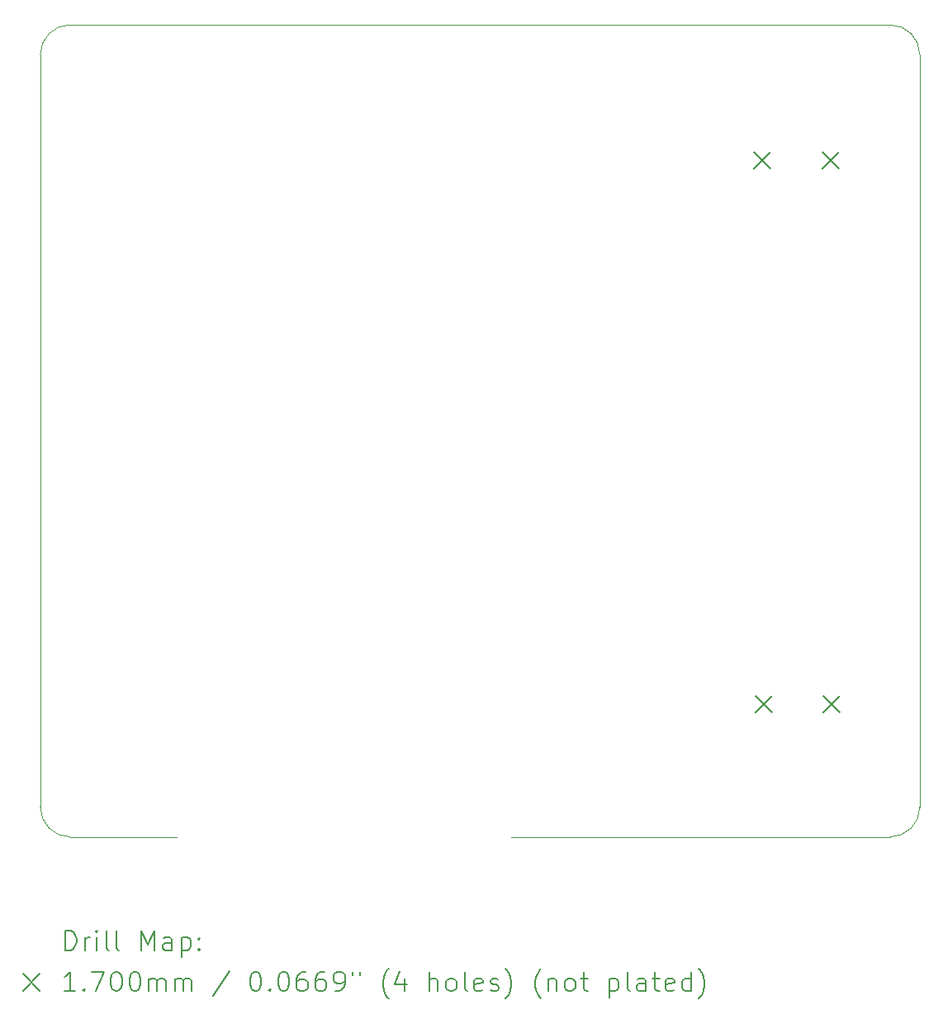
<source format=gbr>
%TF.GenerationSoftware,KiCad,Pcbnew,7.0.8*%
%TF.CreationDate,2023-11-11T12:02:06+01:00*%
%TF.ProjectId,Rhapsody_IQ,52686170-736f-4647-995f-49512e6b6963,rev?*%
%TF.SameCoordinates,Original*%
%TF.FileFunction,Drillmap*%
%TF.FilePolarity,Positive*%
%FSLAX45Y45*%
G04 Gerber Fmt 4.5, Leading zero omitted, Abs format (unit mm)*
G04 Created by KiCad (PCBNEW 7.0.8) date 2023-11-11 12:02:06*
%MOMM*%
%LPD*%
G01*
G04 APERTURE LIST*
%ADD10C,0.100000*%
%ADD11C,0.200000*%
%ADD12C,0.170000*%
G04 APERTURE END LIST*
D10*
X11695600Y-11180500D02*
X10604126Y-11176000D01*
X19317074Y-10871200D02*
X19316700Y-3162487D01*
X19012274Y-11176004D02*
G75*
G03*
X19317074Y-10871200I-4J304804D01*
G01*
X19316703Y-3162487D02*
G75*
G03*
X19011900Y-2857687I-304803J-3D01*
G01*
X10604126Y-2857306D02*
G75*
G03*
X10299326Y-3162113I4J-304804D01*
G01*
X15125600Y-11180500D02*
X19012274Y-11176000D01*
X10299330Y-10871200D02*
G75*
G03*
X10604126Y-11176000I304800J0D01*
G01*
X10299326Y-10871200D02*
X10299326Y-3162113D01*
X10299326Y-10871200D02*
X10299326Y-10871200D01*
X19011900Y-2857687D02*
X10604126Y-2857313D01*
D11*
D12*
X17615400Y-4158000D02*
X17785400Y-4328000D01*
X17785400Y-4158000D02*
X17615400Y-4328000D01*
X17630000Y-9732100D02*
X17800000Y-9902100D01*
X17800000Y-9732100D02*
X17630000Y-9902100D01*
X18315400Y-4158000D02*
X18485400Y-4328000D01*
X18485400Y-4158000D02*
X18315400Y-4328000D01*
X18330000Y-9732100D02*
X18500000Y-9902100D01*
X18500000Y-9732100D02*
X18330000Y-9902100D01*
D11*
X10555103Y-12336984D02*
X10555103Y-12136984D01*
X10555103Y-12136984D02*
X10602722Y-12136984D01*
X10602722Y-12136984D02*
X10631293Y-12146508D01*
X10631293Y-12146508D02*
X10650341Y-12165555D01*
X10650341Y-12165555D02*
X10659865Y-12184603D01*
X10659865Y-12184603D02*
X10669389Y-12222698D01*
X10669389Y-12222698D02*
X10669389Y-12251269D01*
X10669389Y-12251269D02*
X10659865Y-12289365D01*
X10659865Y-12289365D02*
X10650341Y-12308412D01*
X10650341Y-12308412D02*
X10631293Y-12327460D01*
X10631293Y-12327460D02*
X10602722Y-12336984D01*
X10602722Y-12336984D02*
X10555103Y-12336984D01*
X10755103Y-12336984D02*
X10755103Y-12203650D01*
X10755103Y-12241746D02*
X10764627Y-12222698D01*
X10764627Y-12222698D02*
X10774151Y-12213174D01*
X10774151Y-12213174D02*
X10793198Y-12203650D01*
X10793198Y-12203650D02*
X10812246Y-12203650D01*
X10878912Y-12336984D02*
X10878912Y-12203650D01*
X10878912Y-12136984D02*
X10869389Y-12146508D01*
X10869389Y-12146508D02*
X10878912Y-12156031D01*
X10878912Y-12156031D02*
X10888436Y-12146508D01*
X10888436Y-12146508D02*
X10878912Y-12136984D01*
X10878912Y-12136984D02*
X10878912Y-12156031D01*
X11002722Y-12336984D02*
X10983674Y-12327460D01*
X10983674Y-12327460D02*
X10974151Y-12308412D01*
X10974151Y-12308412D02*
X10974151Y-12136984D01*
X11107484Y-12336984D02*
X11088436Y-12327460D01*
X11088436Y-12327460D02*
X11078912Y-12308412D01*
X11078912Y-12308412D02*
X11078912Y-12136984D01*
X11336055Y-12336984D02*
X11336055Y-12136984D01*
X11336055Y-12136984D02*
X11402722Y-12279841D01*
X11402722Y-12279841D02*
X11469389Y-12136984D01*
X11469389Y-12136984D02*
X11469389Y-12336984D01*
X11650341Y-12336984D02*
X11650341Y-12232222D01*
X11650341Y-12232222D02*
X11640817Y-12213174D01*
X11640817Y-12213174D02*
X11621770Y-12203650D01*
X11621770Y-12203650D02*
X11583674Y-12203650D01*
X11583674Y-12203650D02*
X11564627Y-12213174D01*
X11650341Y-12327460D02*
X11631293Y-12336984D01*
X11631293Y-12336984D02*
X11583674Y-12336984D01*
X11583674Y-12336984D02*
X11564627Y-12327460D01*
X11564627Y-12327460D02*
X11555103Y-12308412D01*
X11555103Y-12308412D02*
X11555103Y-12289365D01*
X11555103Y-12289365D02*
X11564627Y-12270317D01*
X11564627Y-12270317D02*
X11583674Y-12260793D01*
X11583674Y-12260793D02*
X11631293Y-12260793D01*
X11631293Y-12260793D02*
X11650341Y-12251269D01*
X11745579Y-12203650D02*
X11745579Y-12403650D01*
X11745579Y-12213174D02*
X11764627Y-12203650D01*
X11764627Y-12203650D02*
X11802722Y-12203650D01*
X11802722Y-12203650D02*
X11821770Y-12213174D01*
X11821770Y-12213174D02*
X11831293Y-12222698D01*
X11831293Y-12222698D02*
X11840817Y-12241746D01*
X11840817Y-12241746D02*
X11840817Y-12298888D01*
X11840817Y-12298888D02*
X11831293Y-12317936D01*
X11831293Y-12317936D02*
X11821770Y-12327460D01*
X11821770Y-12327460D02*
X11802722Y-12336984D01*
X11802722Y-12336984D02*
X11764627Y-12336984D01*
X11764627Y-12336984D02*
X11745579Y-12327460D01*
X11926531Y-12317936D02*
X11936055Y-12327460D01*
X11936055Y-12327460D02*
X11926531Y-12336984D01*
X11926531Y-12336984D02*
X11917008Y-12327460D01*
X11917008Y-12327460D02*
X11926531Y-12317936D01*
X11926531Y-12317936D02*
X11926531Y-12336984D01*
X11926531Y-12213174D02*
X11936055Y-12222698D01*
X11936055Y-12222698D02*
X11926531Y-12232222D01*
X11926531Y-12232222D02*
X11917008Y-12222698D01*
X11917008Y-12222698D02*
X11926531Y-12213174D01*
X11926531Y-12213174D02*
X11926531Y-12232222D01*
D12*
X10124326Y-12580500D02*
X10294326Y-12750500D01*
X10294326Y-12580500D02*
X10124326Y-12750500D01*
D11*
X10659865Y-12756984D02*
X10545579Y-12756984D01*
X10602722Y-12756984D02*
X10602722Y-12556984D01*
X10602722Y-12556984D02*
X10583674Y-12585555D01*
X10583674Y-12585555D02*
X10564627Y-12604603D01*
X10564627Y-12604603D02*
X10545579Y-12614127D01*
X10745579Y-12737936D02*
X10755103Y-12747460D01*
X10755103Y-12747460D02*
X10745579Y-12756984D01*
X10745579Y-12756984D02*
X10736055Y-12747460D01*
X10736055Y-12747460D02*
X10745579Y-12737936D01*
X10745579Y-12737936D02*
X10745579Y-12756984D01*
X10821770Y-12556984D02*
X10955103Y-12556984D01*
X10955103Y-12556984D02*
X10869389Y-12756984D01*
X11069389Y-12556984D02*
X11088436Y-12556984D01*
X11088436Y-12556984D02*
X11107484Y-12566508D01*
X11107484Y-12566508D02*
X11117008Y-12576031D01*
X11117008Y-12576031D02*
X11126532Y-12595079D01*
X11126532Y-12595079D02*
X11136055Y-12633174D01*
X11136055Y-12633174D02*
X11136055Y-12680793D01*
X11136055Y-12680793D02*
X11126532Y-12718888D01*
X11126532Y-12718888D02*
X11117008Y-12737936D01*
X11117008Y-12737936D02*
X11107484Y-12747460D01*
X11107484Y-12747460D02*
X11088436Y-12756984D01*
X11088436Y-12756984D02*
X11069389Y-12756984D01*
X11069389Y-12756984D02*
X11050341Y-12747460D01*
X11050341Y-12747460D02*
X11040817Y-12737936D01*
X11040817Y-12737936D02*
X11031293Y-12718888D01*
X11031293Y-12718888D02*
X11021770Y-12680793D01*
X11021770Y-12680793D02*
X11021770Y-12633174D01*
X11021770Y-12633174D02*
X11031293Y-12595079D01*
X11031293Y-12595079D02*
X11040817Y-12576031D01*
X11040817Y-12576031D02*
X11050341Y-12566508D01*
X11050341Y-12566508D02*
X11069389Y-12556984D01*
X11259865Y-12556984D02*
X11278912Y-12556984D01*
X11278912Y-12556984D02*
X11297960Y-12566508D01*
X11297960Y-12566508D02*
X11307484Y-12576031D01*
X11307484Y-12576031D02*
X11317008Y-12595079D01*
X11317008Y-12595079D02*
X11326531Y-12633174D01*
X11326531Y-12633174D02*
X11326531Y-12680793D01*
X11326531Y-12680793D02*
X11317008Y-12718888D01*
X11317008Y-12718888D02*
X11307484Y-12737936D01*
X11307484Y-12737936D02*
X11297960Y-12747460D01*
X11297960Y-12747460D02*
X11278912Y-12756984D01*
X11278912Y-12756984D02*
X11259865Y-12756984D01*
X11259865Y-12756984D02*
X11240817Y-12747460D01*
X11240817Y-12747460D02*
X11231293Y-12737936D01*
X11231293Y-12737936D02*
X11221770Y-12718888D01*
X11221770Y-12718888D02*
X11212246Y-12680793D01*
X11212246Y-12680793D02*
X11212246Y-12633174D01*
X11212246Y-12633174D02*
X11221770Y-12595079D01*
X11221770Y-12595079D02*
X11231293Y-12576031D01*
X11231293Y-12576031D02*
X11240817Y-12566508D01*
X11240817Y-12566508D02*
X11259865Y-12556984D01*
X11412246Y-12756984D02*
X11412246Y-12623650D01*
X11412246Y-12642698D02*
X11421770Y-12633174D01*
X11421770Y-12633174D02*
X11440817Y-12623650D01*
X11440817Y-12623650D02*
X11469389Y-12623650D01*
X11469389Y-12623650D02*
X11488436Y-12633174D01*
X11488436Y-12633174D02*
X11497960Y-12652222D01*
X11497960Y-12652222D02*
X11497960Y-12756984D01*
X11497960Y-12652222D02*
X11507484Y-12633174D01*
X11507484Y-12633174D02*
X11526531Y-12623650D01*
X11526531Y-12623650D02*
X11555103Y-12623650D01*
X11555103Y-12623650D02*
X11574151Y-12633174D01*
X11574151Y-12633174D02*
X11583674Y-12652222D01*
X11583674Y-12652222D02*
X11583674Y-12756984D01*
X11678912Y-12756984D02*
X11678912Y-12623650D01*
X11678912Y-12642698D02*
X11688436Y-12633174D01*
X11688436Y-12633174D02*
X11707484Y-12623650D01*
X11707484Y-12623650D02*
X11736055Y-12623650D01*
X11736055Y-12623650D02*
X11755103Y-12633174D01*
X11755103Y-12633174D02*
X11764627Y-12652222D01*
X11764627Y-12652222D02*
X11764627Y-12756984D01*
X11764627Y-12652222D02*
X11774151Y-12633174D01*
X11774151Y-12633174D02*
X11793198Y-12623650D01*
X11793198Y-12623650D02*
X11821770Y-12623650D01*
X11821770Y-12623650D02*
X11840817Y-12633174D01*
X11840817Y-12633174D02*
X11850341Y-12652222D01*
X11850341Y-12652222D02*
X11850341Y-12756984D01*
X12240817Y-12547460D02*
X12069389Y-12804603D01*
X12497960Y-12556984D02*
X12517008Y-12556984D01*
X12517008Y-12556984D02*
X12536055Y-12566508D01*
X12536055Y-12566508D02*
X12545579Y-12576031D01*
X12545579Y-12576031D02*
X12555103Y-12595079D01*
X12555103Y-12595079D02*
X12564627Y-12633174D01*
X12564627Y-12633174D02*
X12564627Y-12680793D01*
X12564627Y-12680793D02*
X12555103Y-12718888D01*
X12555103Y-12718888D02*
X12545579Y-12737936D01*
X12545579Y-12737936D02*
X12536055Y-12747460D01*
X12536055Y-12747460D02*
X12517008Y-12756984D01*
X12517008Y-12756984D02*
X12497960Y-12756984D01*
X12497960Y-12756984D02*
X12478913Y-12747460D01*
X12478913Y-12747460D02*
X12469389Y-12737936D01*
X12469389Y-12737936D02*
X12459865Y-12718888D01*
X12459865Y-12718888D02*
X12450341Y-12680793D01*
X12450341Y-12680793D02*
X12450341Y-12633174D01*
X12450341Y-12633174D02*
X12459865Y-12595079D01*
X12459865Y-12595079D02*
X12469389Y-12576031D01*
X12469389Y-12576031D02*
X12478913Y-12566508D01*
X12478913Y-12566508D02*
X12497960Y-12556984D01*
X12650341Y-12737936D02*
X12659865Y-12747460D01*
X12659865Y-12747460D02*
X12650341Y-12756984D01*
X12650341Y-12756984D02*
X12640817Y-12747460D01*
X12640817Y-12747460D02*
X12650341Y-12737936D01*
X12650341Y-12737936D02*
X12650341Y-12756984D01*
X12783674Y-12556984D02*
X12802722Y-12556984D01*
X12802722Y-12556984D02*
X12821770Y-12566508D01*
X12821770Y-12566508D02*
X12831294Y-12576031D01*
X12831294Y-12576031D02*
X12840817Y-12595079D01*
X12840817Y-12595079D02*
X12850341Y-12633174D01*
X12850341Y-12633174D02*
X12850341Y-12680793D01*
X12850341Y-12680793D02*
X12840817Y-12718888D01*
X12840817Y-12718888D02*
X12831294Y-12737936D01*
X12831294Y-12737936D02*
X12821770Y-12747460D01*
X12821770Y-12747460D02*
X12802722Y-12756984D01*
X12802722Y-12756984D02*
X12783674Y-12756984D01*
X12783674Y-12756984D02*
X12764627Y-12747460D01*
X12764627Y-12747460D02*
X12755103Y-12737936D01*
X12755103Y-12737936D02*
X12745579Y-12718888D01*
X12745579Y-12718888D02*
X12736055Y-12680793D01*
X12736055Y-12680793D02*
X12736055Y-12633174D01*
X12736055Y-12633174D02*
X12745579Y-12595079D01*
X12745579Y-12595079D02*
X12755103Y-12576031D01*
X12755103Y-12576031D02*
X12764627Y-12566508D01*
X12764627Y-12566508D02*
X12783674Y-12556984D01*
X13021770Y-12556984D02*
X12983674Y-12556984D01*
X12983674Y-12556984D02*
X12964627Y-12566508D01*
X12964627Y-12566508D02*
X12955103Y-12576031D01*
X12955103Y-12576031D02*
X12936055Y-12604603D01*
X12936055Y-12604603D02*
X12926532Y-12642698D01*
X12926532Y-12642698D02*
X12926532Y-12718888D01*
X12926532Y-12718888D02*
X12936055Y-12737936D01*
X12936055Y-12737936D02*
X12945579Y-12747460D01*
X12945579Y-12747460D02*
X12964627Y-12756984D01*
X12964627Y-12756984D02*
X13002722Y-12756984D01*
X13002722Y-12756984D02*
X13021770Y-12747460D01*
X13021770Y-12747460D02*
X13031294Y-12737936D01*
X13031294Y-12737936D02*
X13040817Y-12718888D01*
X13040817Y-12718888D02*
X13040817Y-12671269D01*
X13040817Y-12671269D02*
X13031294Y-12652222D01*
X13031294Y-12652222D02*
X13021770Y-12642698D01*
X13021770Y-12642698D02*
X13002722Y-12633174D01*
X13002722Y-12633174D02*
X12964627Y-12633174D01*
X12964627Y-12633174D02*
X12945579Y-12642698D01*
X12945579Y-12642698D02*
X12936055Y-12652222D01*
X12936055Y-12652222D02*
X12926532Y-12671269D01*
X13212246Y-12556984D02*
X13174151Y-12556984D01*
X13174151Y-12556984D02*
X13155103Y-12566508D01*
X13155103Y-12566508D02*
X13145579Y-12576031D01*
X13145579Y-12576031D02*
X13126532Y-12604603D01*
X13126532Y-12604603D02*
X13117008Y-12642698D01*
X13117008Y-12642698D02*
X13117008Y-12718888D01*
X13117008Y-12718888D02*
X13126532Y-12737936D01*
X13126532Y-12737936D02*
X13136055Y-12747460D01*
X13136055Y-12747460D02*
X13155103Y-12756984D01*
X13155103Y-12756984D02*
X13193198Y-12756984D01*
X13193198Y-12756984D02*
X13212246Y-12747460D01*
X13212246Y-12747460D02*
X13221770Y-12737936D01*
X13221770Y-12737936D02*
X13231294Y-12718888D01*
X13231294Y-12718888D02*
X13231294Y-12671269D01*
X13231294Y-12671269D02*
X13221770Y-12652222D01*
X13221770Y-12652222D02*
X13212246Y-12642698D01*
X13212246Y-12642698D02*
X13193198Y-12633174D01*
X13193198Y-12633174D02*
X13155103Y-12633174D01*
X13155103Y-12633174D02*
X13136055Y-12642698D01*
X13136055Y-12642698D02*
X13126532Y-12652222D01*
X13126532Y-12652222D02*
X13117008Y-12671269D01*
X13326532Y-12756984D02*
X13364627Y-12756984D01*
X13364627Y-12756984D02*
X13383675Y-12747460D01*
X13383675Y-12747460D02*
X13393198Y-12737936D01*
X13393198Y-12737936D02*
X13412246Y-12709365D01*
X13412246Y-12709365D02*
X13421770Y-12671269D01*
X13421770Y-12671269D02*
X13421770Y-12595079D01*
X13421770Y-12595079D02*
X13412246Y-12576031D01*
X13412246Y-12576031D02*
X13402722Y-12566508D01*
X13402722Y-12566508D02*
X13383675Y-12556984D01*
X13383675Y-12556984D02*
X13345579Y-12556984D01*
X13345579Y-12556984D02*
X13326532Y-12566508D01*
X13326532Y-12566508D02*
X13317008Y-12576031D01*
X13317008Y-12576031D02*
X13307484Y-12595079D01*
X13307484Y-12595079D02*
X13307484Y-12642698D01*
X13307484Y-12642698D02*
X13317008Y-12661746D01*
X13317008Y-12661746D02*
X13326532Y-12671269D01*
X13326532Y-12671269D02*
X13345579Y-12680793D01*
X13345579Y-12680793D02*
X13383675Y-12680793D01*
X13383675Y-12680793D02*
X13402722Y-12671269D01*
X13402722Y-12671269D02*
X13412246Y-12661746D01*
X13412246Y-12661746D02*
X13421770Y-12642698D01*
X13497960Y-12556984D02*
X13497960Y-12595079D01*
X13574151Y-12556984D02*
X13574151Y-12595079D01*
X13869389Y-12833174D02*
X13859865Y-12823650D01*
X13859865Y-12823650D02*
X13840817Y-12795079D01*
X13840817Y-12795079D02*
X13831294Y-12776031D01*
X13831294Y-12776031D02*
X13821770Y-12747460D01*
X13821770Y-12747460D02*
X13812246Y-12699841D01*
X13812246Y-12699841D02*
X13812246Y-12661746D01*
X13812246Y-12661746D02*
X13821770Y-12614127D01*
X13821770Y-12614127D02*
X13831294Y-12585555D01*
X13831294Y-12585555D02*
X13840817Y-12566508D01*
X13840817Y-12566508D02*
X13859865Y-12537936D01*
X13859865Y-12537936D02*
X13869389Y-12528412D01*
X14031294Y-12623650D02*
X14031294Y-12756984D01*
X13983675Y-12547460D02*
X13936056Y-12690317D01*
X13936056Y-12690317D02*
X14059865Y-12690317D01*
X14288437Y-12756984D02*
X14288437Y-12556984D01*
X14374151Y-12756984D02*
X14374151Y-12652222D01*
X14374151Y-12652222D02*
X14364627Y-12633174D01*
X14364627Y-12633174D02*
X14345579Y-12623650D01*
X14345579Y-12623650D02*
X14317008Y-12623650D01*
X14317008Y-12623650D02*
X14297960Y-12633174D01*
X14297960Y-12633174D02*
X14288437Y-12642698D01*
X14497960Y-12756984D02*
X14478913Y-12747460D01*
X14478913Y-12747460D02*
X14469389Y-12737936D01*
X14469389Y-12737936D02*
X14459865Y-12718888D01*
X14459865Y-12718888D02*
X14459865Y-12661746D01*
X14459865Y-12661746D02*
X14469389Y-12642698D01*
X14469389Y-12642698D02*
X14478913Y-12633174D01*
X14478913Y-12633174D02*
X14497960Y-12623650D01*
X14497960Y-12623650D02*
X14526532Y-12623650D01*
X14526532Y-12623650D02*
X14545579Y-12633174D01*
X14545579Y-12633174D02*
X14555103Y-12642698D01*
X14555103Y-12642698D02*
X14564627Y-12661746D01*
X14564627Y-12661746D02*
X14564627Y-12718888D01*
X14564627Y-12718888D02*
X14555103Y-12737936D01*
X14555103Y-12737936D02*
X14545579Y-12747460D01*
X14545579Y-12747460D02*
X14526532Y-12756984D01*
X14526532Y-12756984D02*
X14497960Y-12756984D01*
X14678913Y-12756984D02*
X14659865Y-12747460D01*
X14659865Y-12747460D02*
X14650341Y-12728412D01*
X14650341Y-12728412D02*
X14650341Y-12556984D01*
X14831294Y-12747460D02*
X14812246Y-12756984D01*
X14812246Y-12756984D02*
X14774151Y-12756984D01*
X14774151Y-12756984D02*
X14755103Y-12747460D01*
X14755103Y-12747460D02*
X14745579Y-12728412D01*
X14745579Y-12728412D02*
X14745579Y-12652222D01*
X14745579Y-12652222D02*
X14755103Y-12633174D01*
X14755103Y-12633174D02*
X14774151Y-12623650D01*
X14774151Y-12623650D02*
X14812246Y-12623650D01*
X14812246Y-12623650D02*
X14831294Y-12633174D01*
X14831294Y-12633174D02*
X14840818Y-12652222D01*
X14840818Y-12652222D02*
X14840818Y-12671269D01*
X14840818Y-12671269D02*
X14745579Y-12690317D01*
X14917008Y-12747460D02*
X14936056Y-12756984D01*
X14936056Y-12756984D02*
X14974151Y-12756984D01*
X14974151Y-12756984D02*
X14993199Y-12747460D01*
X14993199Y-12747460D02*
X15002722Y-12728412D01*
X15002722Y-12728412D02*
X15002722Y-12718888D01*
X15002722Y-12718888D02*
X14993199Y-12699841D01*
X14993199Y-12699841D02*
X14974151Y-12690317D01*
X14974151Y-12690317D02*
X14945579Y-12690317D01*
X14945579Y-12690317D02*
X14926532Y-12680793D01*
X14926532Y-12680793D02*
X14917008Y-12661746D01*
X14917008Y-12661746D02*
X14917008Y-12652222D01*
X14917008Y-12652222D02*
X14926532Y-12633174D01*
X14926532Y-12633174D02*
X14945579Y-12623650D01*
X14945579Y-12623650D02*
X14974151Y-12623650D01*
X14974151Y-12623650D02*
X14993199Y-12633174D01*
X15069389Y-12833174D02*
X15078913Y-12823650D01*
X15078913Y-12823650D02*
X15097960Y-12795079D01*
X15097960Y-12795079D02*
X15107484Y-12776031D01*
X15107484Y-12776031D02*
X15117008Y-12747460D01*
X15117008Y-12747460D02*
X15126532Y-12699841D01*
X15126532Y-12699841D02*
X15126532Y-12661746D01*
X15126532Y-12661746D02*
X15117008Y-12614127D01*
X15117008Y-12614127D02*
X15107484Y-12585555D01*
X15107484Y-12585555D02*
X15097960Y-12566508D01*
X15097960Y-12566508D02*
X15078913Y-12537936D01*
X15078913Y-12537936D02*
X15069389Y-12528412D01*
X15431294Y-12833174D02*
X15421770Y-12823650D01*
X15421770Y-12823650D02*
X15402722Y-12795079D01*
X15402722Y-12795079D02*
X15393199Y-12776031D01*
X15393199Y-12776031D02*
X15383675Y-12747460D01*
X15383675Y-12747460D02*
X15374151Y-12699841D01*
X15374151Y-12699841D02*
X15374151Y-12661746D01*
X15374151Y-12661746D02*
X15383675Y-12614127D01*
X15383675Y-12614127D02*
X15393199Y-12585555D01*
X15393199Y-12585555D02*
X15402722Y-12566508D01*
X15402722Y-12566508D02*
X15421770Y-12537936D01*
X15421770Y-12537936D02*
X15431294Y-12528412D01*
X15507484Y-12623650D02*
X15507484Y-12756984D01*
X15507484Y-12642698D02*
X15517008Y-12633174D01*
X15517008Y-12633174D02*
X15536056Y-12623650D01*
X15536056Y-12623650D02*
X15564627Y-12623650D01*
X15564627Y-12623650D02*
X15583675Y-12633174D01*
X15583675Y-12633174D02*
X15593199Y-12652222D01*
X15593199Y-12652222D02*
X15593199Y-12756984D01*
X15717008Y-12756984D02*
X15697960Y-12747460D01*
X15697960Y-12747460D02*
X15688437Y-12737936D01*
X15688437Y-12737936D02*
X15678913Y-12718888D01*
X15678913Y-12718888D02*
X15678913Y-12661746D01*
X15678913Y-12661746D02*
X15688437Y-12642698D01*
X15688437Y-12642698D02*
X15697960Y-12633174D01*
X15697960Y-12633174D02*
X15717008Y-12623650D01*
X15717008Y-12623650D02*
X15745580Y-12623650D01*
X15745580Y-12623650D02*
X15764627Y-12633174D01*
X15764627Y-12633174D02*
X15774151Y-12642698D01*
X15774151Y-12642698D02*
X15783675Y-12661746D01*
X15783675Y-12661746D02*
X15783675Y-12718888D01*
X15783675Y-12718888D02*
X15774151Y-12737936D01*
X15774151Y-12737936D02*
X15764627Y-12747460D01*
X15764627Y-12747460D02*
X15745580Y-12756984D01*
X15745580Y-12756984D02*
X15717008Y-12756984D01*
X15840818Y-12623650D02*
X15917008Y-12623650D01*
X15869389Y-12556984D02*
X15869389Y-12728412D01*
X15869389Y-12728412D02*
X15878913Y-12747460D01*
X15878913Y-12747460D02*
X15897960Y-12756984D01*
X15897960Y-12756984D02*
X15917008Y-12756984D01*
X16136056Y-12623650D02*
X16136056Y-12823650D01*
X16136056Y-12633174D02*
X16155103Y-12623650D01*
X16155103Y-12623650D02*
X16193199Y-12623650D01*
X16193199Y-12623650D02*
X16212246Y-12633174D01*
X16212246Y-12633174D02*
X16221770Y-12642698D01*
X16221770Y-12642698D02*
X16231294Y-12661746D01*
X16231294Y-12661746D02*
X16231294Y-12718888D01*
X16231294Y-12718888D02*
X16221770Y-12737936D01*
X16221770Y-12737936D02*
X16212246Y-12747460D01*
X16212246Y-12747460D02*
X16193199Y-12756984D01*
X16193199Y-12756984D02*
X16155103Y-12756984D01*
X16155103Y-12756984D02*
X16136056Y-12747460D01*
X16345580Y-12756984D02*
X16326532Y-12747460D01*
X16326532Y-12747460D02*
X16317008Y-12728412D01*
X16317008Y-12728412D02*
X16317008Y-12556984D01*
X16507484Y-12756984D02*
X16507484Y-12652222D01*
X16507484Y-12652222D02*
X16497961Y-12633174D01*
X16497961Y-12633174D02*
X16478913Y-12623650D01*
X16478913Y-12623650D02*
X16440818Y-12623650D01*
X16440818Y-12623650D02*
X16421770Y-12633174D01*
X16507484Y-12747460D02*
X16488437Y-12756984D01*
X16488437Y-12756984D02*
X16440818Y-12756984D01*
X16440818Y-12756984D02*
X16421770Y-12747460D01*
X16421770Y-12747460D02*
X16412246Y-12728412D01*
X16412246Y-12728412D02*
X16412246Y-12709365D01*
X16412246Y-12709365D02*
X16421770Y-12690317D01*
X16421770Y-12690317D02*
X16440818Y-12680793D01*
X16440818Y-12680793D02*
X16488437Y-12680793D01*
X16488437Y-12680793D02*
X16507484Y-12671269D01*
X16574151Y-12623650D02*
X16650341Y-12623650D01*
X16602722Y-12556984D02*
X16602722Y-12728412D01*
X16602722Y-12728412D02*
X16612246Y-12747460D01*
X16612246Y-12747460D02*
X16631294Y-12756984D01*
X16631294Y-12756984D02*
X16650341Y-12756984D01*
X16793199Y-12747460D02*
X16774151Y-12756984D01*
X16774151Y-12756984D02*
X16736056Y-12756984D01*
X16736056Y-12756984D02*
X16717008Y-12747460D01*
X16717008Y-12747460D02*
X16707484Y-12728412D01*
X16707484Y-12728412D02*
X16707484Y-12652222D01*
X16707484Y-12652222D02*
X16717008Y-12633174D01*
X16717008Y-12633174D02*
X16736056Y-12623650D01*
X16736056Y-12623650D02*
X16774151Y-12623650D01*
X16774151Y-12623650D02*
X16793199Y-12633174D01*
X16793199Y-12633174D02*
X16802723Y-12652222D01*
X16802723Y-12652222D02*
X16802723Y-12671269D01*
X16802723Y-12671269D02*
X16707484Y-12690317D01*
X16974151Y-12756984D02*
X16974151Y-12556984D01*
X16974151Y-12747460D02*
X16955104Y-12756984D01*
X16955104Y-12756984D02*
X16917008Y-12756984D01*
X16917008Y-12756984D02*
X16897961Y-12747460D01*
X16897961Y-12747460D02*
X16888437Y-12737936D01*
X16888437Y-12737936D02*
X16878913Y-12718888D01*
X16878913Y-12718888D02*
X16878913Y-12661746D01*
X16878913Y-12661746D02*
X16888437Y-12642698D01*
X16888437Y-12642698D02*
X16897961Y-12633174D01*
X16897961Y-12633174D02*
X16917008Y-12623650D01*
X16917008Y-12623650D02*
X16955104Y-12623650D01*
X16955104Y-12623650D02*
X16974151Y-12633174D01*
X17050342Y-12833174D02*
X17059865Y-12823650D01*
X17059865Y-12823650D02*
X17078913Y-12795079D01*
X17078913Y-12795079D02*
X17088437Y-12776031D01*
X17088437Y-12776031D02*
X17097961Y-12747460D01*
X17097961Y-12747460D02*
X17107484Y-12699841D01*
X17107484Y-12699841D02*
X17107484Y-12661746D01*
X17107484Y-12661746D02*
X17097961Y-12614127D01*
X17097961Y-12614127D02*
X17088437Y-12585555D01*
X17088437Y-12585555D02*
X17078913Y-12566508D01*
X17078913Y-12566508D02*
X17059865Y-12537936D01*
X17059865Y-12537936D02*
X17050342Y-12528412D01*
M02*

</source>
